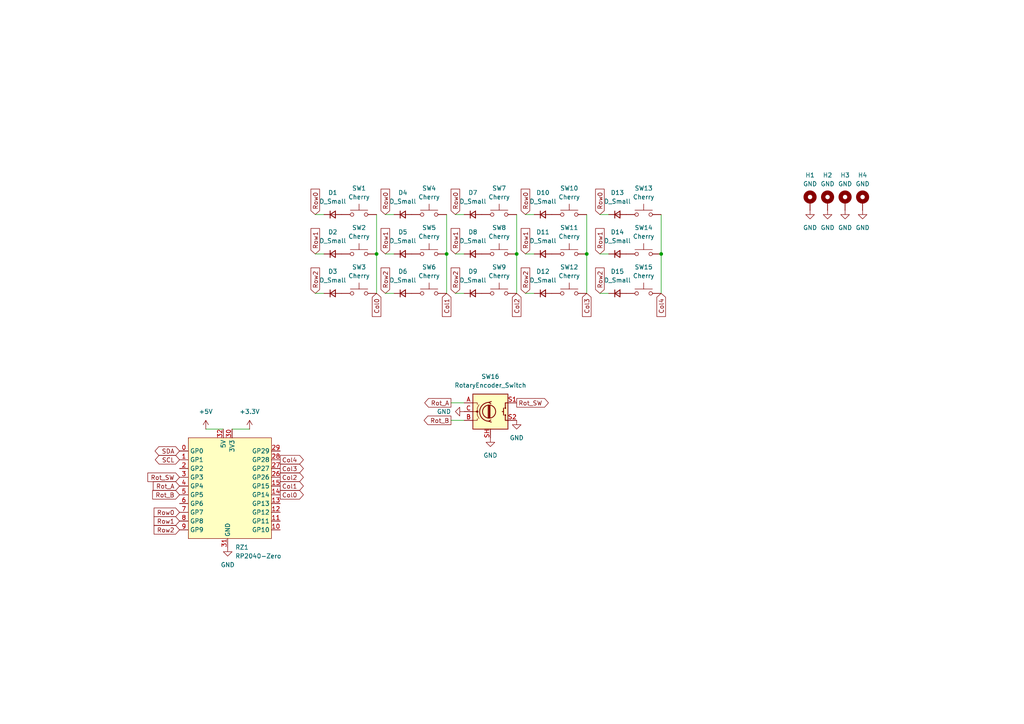
<source format=kicad_sch>
(kicad_sch (version 20231120) (generator "eeschema") (generator_version "8.0")
  (paper "A4")
  (lib_symbols
    (symbol "Device:D_Small" (pin_numbers hide) (pin_names (offset 0.254) hide)
      (property "Reference" "D" (at -1.27 2.032 0))
      (property "Value" "D_Small" (at -3.81 -2.032 0))
      (symbol "D_Small_0_1"
        (polyline (pts (xy -0.762 -1.016) (xy -0.762 1.016)) (stroke (width 0.254)))
        (polyline (pts (xy -0.762 0) (xy 0.762 0)))
        (polyline (pts (xy 0.762 -1.016) (xy -0.762 0) (xy 0.762 1.016) (xy 0.762 -1.016)) (stroke (width 0.254)))
      )
      (symbol "D_Small_1_1"
        (pin passive line (at -2.54 0 0) (length 1.778) (name "K") (number "1"))
        (pin passive line (at 2.54 0 180) (length 1.778) (name "A") (number "2"))
      )
    )
    (symbol "Device:RotaryEncoder_Switch" (pin_names (offset 0.254) hide)
      (property "Reference" "SW1" (at 0 10.16 0))
      (property "Value" "RotaryEncoder_Switch" (at 0 7.62 0))
      (symbol "RotaryEncoder_Switch_0_1"
        (rectangle (start -5.08 5.08) (end 5.08 -5.08) (stroke (width 0.254)) (fill (type background)))
        (circle (center -3.81 0) (radius 0.254) (fill (type outline)))
        (circle (center -0.381 0) (radius 1.905) (stroke (width 0.254)))
        (arc (start -0.381 2.667) (mid -3.0988 -0.0635) (end -0.381 -2.794) (stroke (width 0.254)))
        (polyline (pts (xy -0.635 -1.778) (xy -0.635 1.778)) (stroke (width 0.254)))
        (polyline (pts (xy -0.381 -1.778) (xy -0.381 1.778)) (stroke (width 0.254)))
        (polyline (pts (xy -0.127 1.778) (xy -0.127 -1.778)) (stroke (width 0.254)))
        (polyline (pts (xy 3.81 0) (xy 3.429 0)) (stroke (width 0.254)))
        (polyline (pts (xy 3.81 1.016) (xy 3.81 -1.016)) (stroke (width 0.254)))
        (polyline (pts (xy -5.08 -2.54) (xy -3.81 -2.54) (xy -3.81 -2.032)))
        (polyline (pts (xy -5.08 2.54) (xy -3.81 2.54) (xy -3.81 2.032)))
        (polyline (pts (xy 0.254 -3.048) (xy -0.508 -2.794) (xy 0.127 -2.413)) (stroke (width 0.254)))
        (polyline (pts (xy 0.254 2.921) (xy -0.508 2.667) (xy 0.127 2.286)) (stroke (width 0.254)))
        (polyline (pts (xy 5.08 -2.54) (xy 4.318 -2.54) (xy 4.318 -1.016)) (stroke (width 0.254)))
        (polyline (pts (xy 5.08 2.54) (xy 4.318 2.54) (xy 4.318 1.016)) (stroke (width 0.254)))
        (polyline (pts (xy -5.08 0) (xy -3.81 0) (xy -3.81 -1.016) (xy -3.302 -2.032)))
        (polyline (pts (xy -4.318 0) (xy -3.81 0) (xy -3.81 1.016) (xy -3.302 2.032)))
        (circle (center 4.318 -1.016) (radius 0.127) (stroke (width 0.254)))
        (circle (center 4.318 1.016) (radius 0.127) (stroke (width 0.254)))
      )
      (symbol "RotaryEncoder_Switch_1_1"
        (pin passive line (at -7.62 2.54 0) (length 2.54) (name "A") (number "A"))
        (pin passive line (at -7.62 -2.54 0) (length 2.54) (name "B") (number "B"))
        (pin passive line (at -7.62 0 0) (length 2.54) (name "C") (number "C"))
        (pin passive line (at 7.62 2.54 180) (length 2.54) (name "S1") (number "S1"))
        (pin passive line (at 7.62 -2.54 180) (length 2.54) (name "S2") (number "S2"))
        (pin passive line (at 0 -7.62 90) (length 2.54) (name "Shell_Ground") (number "SH"))
      )
    )
    (symbol "GND_1" (power) (pin_numbers hide) (pin_names (offset 0) hide)
      (property "Value" "GND" (at 0 -3.81 0))
      (symbol "GND_1_0_1"
        (polyline (pts (xy 0 0) (xy 0 -1.27) (xy 1.27 -1.27) (xy 0 -2.54) (xy -1.27 -1.27) (xy 0 -1.27)))
      )
      (symbol "GND_1_1_1"
        (pin power_in line (at 0 0 270) (length 0) (name "~") (number "1"))
      )
    )
    (symbol "GND_2" (power) (pin_numbers hide) (pin_names (offset 0) hide)
      (property "Value" "GND" (at 0 -3.81 0))
      (symbol "GND_2_0_1"
        (polyline (pts (xy 0 0) (xy 0 -1.27) (xy 1.27 -1.27) (xy 0 -2.54) (xy -1.27 -1.27) (xy 0 -1.27)))
      )
      (symbol "GND_2_1_1"
        (pin power_in line (at 0 0 270) (length 0) (name "~") (number "1"))
      )
    )
    (symbol "Mechanical:MountingHole_Pad" (pin_numbers hide) (pin_names (offset 1.016) hide) (exclude_from_sim yes) (in_bom no)
      (property "Reference" "H" (at 0 6.35 0))
      (property "Value" "MountingHole_Pad" (at 0 4.445 0))
      (symbol "MountingHole_Pad_0_1"
        (circle (center 0 1.27) (radius 1.27) (stroke (width 1.27)))
      )
      (symbol "MountingHole_Pad_1_1"
        (pin input line (at 0 -2.54 90) (length 2.54) (name "1") (number "1"))
      )
    )
    (symbol "Switch:SW_Push" (pin_numbers hide) (pin_names (offset 1.016) hide)
      (property "Reference" "SW" (at 1.27 2.54 0))
      (property "Value" "SW_Push" (at 0 -1.524 0))
      (symbol "SW_Push_0_1"
        (circle (center -2.032 0) (radius 0.508))
        (polyline (pts (xy 0 1.27) (xy 0 3.048)))
        (polyline (pts (xy 2.54 1.27) (xy -2.54 1.27)))
        (circle (center 2.032 0) (radius 0.508))
        (pin passive line (at -5.08 0 0) (length 2.54) (name "1") (number "1"))
        (pin passive line (at 5.08 0 180) (length 2.54) (name "2") (number "2"))
      )
    )
    (symbol "power:+3.3V" (power) (pin_numbers hide) (pin_names (offset 0) hide)
      (property "Value" "+3.3V" (at 0 3.556 0))
      (symbol "+3.3V_0_1"
        (polyline (pts (xy -0.762 1.27) (xy 0 2.54)))
        (polyline (pts (xy 0 0) (xy 0 2.54)))
        (polyline (pts (xy 0 2.54) (xy 0.762 1.27)))
      )
      (symbol "+3.3V_1_1"
        (pin power_in line (at 0 0 90) (length 0) (name "~") (number "1"))
      )
    )
    (symbol "power:+5V" (power) (pin_numbers hide) (pin_names (offset 0) hide)
      (property "Value" "+5V" (at 0 3.556 0))
      (symbol "+5V_0_1"
        (polyline (pts (xy -0.762 1.27) (xy 0 2.54)))
        (polyline (pts (xy 0 0) (xy 0 2.54)))
        (polyline (pts (xy 0 2.54) (xy 0.762 1.27)))
      )
      (symbol "+5V_1_1"
        (pin power_in line (at 0 0 90) (length 0) (name "~") (number "1"))
      )
    )
    (symbol "power:GND" (power) (pin_names (offset 0))
      (property "Value" "GND" (at 0 -3.81 0))
      (symbol "GND_0_1"
        (polyline (pts (xy 0 0) (xy 0 -1.27) (xy 1.27 -1.27) (xy 0 -2.54) (xy -1.27 -1.27) (xy 0 -1.27)))
      )
      (symbol "GND_1_1"
        (pin power_in line (at 0 0 270) (length 0) hide (name "GND") (number "1"))
      )
    )
    (symbol "rp2040-zero:RP2040-Zero"
      (property "Reference" "RZ" (at 0 0 0))
      (property "Value" "RP2040-Zero" (at 0 -2.54 0))
      (property "Footprint" "RP2040-Zero:RP2040-Zero" (at 0 2.54 0))
      (symbol "RP2040-Zero_0_1"
        (rectangle (start -11.43 -15.24) (end 12.7 13.97) (fill (type background)))
      )
      (symbol "RP2040-Zero_1_1"
        (pin bidirectional line (at -13.97 10.16 0) (length 2.54) (name "GP0") (number "0"))
        (pin bidirectional line (at -13.97 7.62 0) (length 2.54) (name "GP1") (number "1"))
        (pin bidirectional line (at 15.24 -12.7 180) (length 2.54) (name "GP10") (number "10"))
        (pin bidirectional line (at 15.24 -10.16 180) (length 2.54) (name "GP11") (number "11"))
        (pin bidirectional line (at 15.24 -7.62 180) (length 2.54) (name "GP12") (number "12"))
        (pin bidirectional line (at 15.24 -5.08 180) (length 2.54) (name "GP13") (number "13"))
        (pin bidirectional line (at 15.24 -2.54 180) (length 2.54) (name "GP14") (number "14"))
        (pin bidirectional line (at 15.24 0 180) (length 2.54) (name "GP15") (number "15"))
        (pin bidirectional line (at -13.97 5.08 0) (length 2.54) (name "GP2") (number "2"))
        (pin bidirectional line (at 15.24 2.54 180) (length 2.54) (name "GP26") (number "26"))
        (pin bidirectional line (at 15.24 5.08 180) (length 2.54) (name "GP27") (number "27"))
        (pin bidirectional line (at 15.24 7.62 180) (length 2.54) (name "GP28") (number "28"))
        (pin bidirectional line (at 15.24 10.16 180) (length 2.54) (name "GP29") (number "29"))
        (pin bidirectional line (at -13.97 2.54 0) (length 2.54) (name "GP3") (number "3"))
        (pin power_in line (at 1.27 16.51 270) (length 2.54) (name "3V3") (number "30"))
        (pin passive line (at 0 -17.78 90) (length 2.54) (name "GND") (number "31"))
        (pin power_in line (at -1.27 16.51 270) (length 2.54) (name "5V") (number "32"))
        (pin bidirectional line (at -13.97 0 0) (length 2.54) (name "GP4") (number "4"))
        (pin bidirectional line (at -13.97 -2.54 0) (length 2.54) (name "GP5") (number "5"))
        (pin bidirectional line (at -13.97 -5.08 0) (length 2.54) (name "GP6") (number "6"))
        (pin bidirectional line (at -13.97 -7.62 0) (length 2.54) (name "GP7") (number "7"))
        (pin bidirectional line (at -13.97 -10.16 0) (length 2.54) (name "GP8") (number "8"))
        (pin bidirectional line (at -13.97 -12.7 0) (length 2.54) (name "GP9") (number "9"))
      )
    )
  )
  (junction (at 149.86 73.66))
  (junction (at 109.22 73.66))
  (junction (at 191.77 73.66))
  (junction (at 129.54 73.66))
  (junction (at 170.18 73.66))
  (wire (pts (xy 111.76 62.23) (xy 114.3 62.23)))
  (wire (pts (xy 173.99 85.09) (xy 176.53 85.09)))
  (wire (pts (xy 132.08 62.23) (xy 134.62 62.23)))
  (wire (pts (xy 59.69 124.46) (xy 64.77 124.46)))
  (wire (pts (xy 109.22 62.23) (xy 109.22 73.66)))
  (wire (pts (xy 129.54 73.66) (xy 129.54 85.09)))
  (wire (pts (xy 149.86 73.66) (xy 149.86 85.09)))
  (wire (pts (xy 191.77 73.66) (xy 191.77 85.09)))
  (wire (pts (xy 132.08 73.66) (xy 134.62 73.66)))
  (wire (pts (xy 149.86 62.23) (xy 149.86 73.66)))
  (wire (pts (xy 170.18 62.23) (xy 170.18 73.66)))
  (wire (pts (xy 173.99 62.23) (xy 176.53 62.23)))
  (wire (pts (xy 132.08 85.09) (xy 134.62 85.09)))
  (wire (pts (xy 130.81 121.92) (xy 134.62 121.92)))
  (wire (pts (xy 67.31 124.46) (xy 72.39 124.46)))
  (wire (pts (xy 191.77 62.23) (xy 191.77 73.66)))
  (wire (pts (xy 91.44 62.23) (xy 93.98 62.23)))
  (wire (pts (xy 129.54 62.23) (xy 129.54 73.66)))
  (wire (pts (xy 152.4 73.66) (xy 154.94 73.66)))
  (wire (pts (xy 91.44 73.66) (xy 93.98 73.66)))
  (wire (pts (xy 152.4 85.09) (xy 154.94 85.09)))
  (wire (pts (xy 111.76 85.09) (xy 114.3 85.09)))
  (wire (pts (xy 152.4 62.23) (xy 154.94 62.23)))
  (wire (pts (xy 170.18 73.66) (xy 170.18 85.09)))
  (wire (pts (xy 109.22 73.66) (xy 109.22 85.09)))
  (wire (pts (xy 111.76 73.66) (xy 114.3 73.66)))
  (wire (pts (xy 173.99 73.66) (xy 176.53 73.66)))
  (wire (pts (xy 130.81 116.84) (xy 134.62 116.84)))
  (wire (pts (xy 91.44 85.09) (xy 93.98 85.09)))
  (global_label "Row2" (shape input) (at 152.4 85.09 90) (property "Intersheetrefs" "${INTERSHEET_REFS}" (effects (hide yes))))
  (global_label "SCL" (shape bidirectional) (at 52.07 133.35 180) (property "Intersheetrefs" "${INTERSHEET_REFS}" (effects (hide yes))))
  (global_label "Row2" (shape input) (at 111.76 85.09 90) (property "Intersheetrefs" "${INTERSHEET_REFS}" (effects (hide yes))))
  (global_label "Col1" (shape output) (at 81.28 140.97 0) (property "Intersheetrefs" "${INTERSHEET_REFS}" (effects (hide yes))))
  (global_label "Row1" (shape input) (at 173.99 73.66 90) (property "Intersheetrefs" "${INTERSHEET_REFS}" (effects (hide yes))))
  (global_label "Row1" (shape input) (at 52.07 151.13 180) (property "Intersheetrefs" "${INTERSHEET_REFS}" (effects (hide yes))))
  (global_label "Row1" (shape input) (at 132.08 73.66 90) (property "Intersheetrefs" "${INTERSHEET_REFS}" (effects (hide yes))))
  (global_label "Row2" (shape input) (at 173.99 85.09 90) (property "Intersheetrefs" "${INTERSHEET_REFS}" (effects (hide yes))))
  (global_label "Col3" (shape input) (at 170.18 85.09 270) (property "Intersheetrefs" "${INTERSHEET_REFS}" (effects (hide yes))))
  (global_label "Rot_A" (shape output) (at 130.81 116.84 180) (property "Intersheetrefs" "${INTERSHEET_REFS}" (effects (hide yes))))
  (global_label "Rot_B" (shape input) (at 52.07 143.51 180) (property "Intersheetrefs" "${INTERSHEET_REFS}" (effects (hide yes))))
  (global_label "Row0" (shape input) (at 111.76 62.23 90) (property "Intersheetrefs" "${INTERSHEET_REFS}" (effects (hide yes))))
  (global_label "Row1" (shape input) (at 152.4 73.66 90) (property "Intersheetrefs" "${INTERSHEET_REFS}" (effects (hide yes))))
  (global_label "Row1" (shape input) (at 111.76 73.66 90) (property "Intersheetrefs" "${INTERSHEET_REFS}" (effects (hide yes))))
  (global_label "Row2" (shape input) (at 52.07 153.67 180) (property "Intersheetrefs" "${INTERSHEET_REFS}" (effects (hide yes))))
  (global_label "Row1" (shape input) (at 91.44 73.66 90) (property "Intersheetrefs" "${INTERSHEET_REFS}" (effects (hide yes))))
  (global_label "Row0" (shape input) (at 52.07 148.59 180) (property "Intersheetrefs" "${INTERSHEET_REFS}" (effects (hide yes))))
  (global_label "Col2" (shape output) (at 81.28 138.43 0) (property "Intersheetrefs" "${INTERSHEET_REFS}" (effects (hide yes))))
  (global_label "Col2" (shape input) (at 149.86 85.09 270) (property "Intersheetrefs" "${INTERSHEET_REFS}" (effects (hide yes))))
  (global_label "Rot_SW" (shape input) (at 52.07 138.43 180) (property "Intersheetrefs" "${INTERSHEET_REFS}" (effects (hide yes))))
  (global_label "Col0" (shape input) (at 109.22 85.09 270) (property "Intersheetrefs" "${INTERSHEET_REFS}" (effects (hide yes))))
  (global_label "Row0" (shape input) (at 132.08 62.23 90) (property "Intersheetrefs" "${INTERSHEET_REFS}" (effects (hide yes))))
  (global_label "Col4" (shape input) (at 191.77 85.09 270) (property "Intersheetrefs" "${INTERSHEET_REFS}" (effects (hide yes))))
  (global_label "Col0" (shape output) (at 81.28 143.51 0) (property "Intersheetrefs" "${INTERSHEET_REFS}" (effects (hide yes))))
  (global_label "Row0" (shape input) (at 173.99 62.23 90) (property "Intersheetrefs" "${INTERSHEET_REFS}" (effects (hide yes))))
  (global_label "Rot_A" (shape input) (at 52.07 140.97 180) (property "Intersheetrefs" "${INTERSHEET_REFS}" (effects (hide yes))))
  (global_label "Col4" (shape output) (at 81.28 133.35 0) (property "Intersheetrefs" "${INTERSHEET_REFS}" (effects (hide yes))))
  (global_label "Row0" (shape input) (at 152.4 62.23 90) (property "Intersheetrefs" "${INTERSHEET_REFS}" (effects (hide yes))))
  (global_label "SDA" (shape bidirectional) (at 52.07 130.81 180) (property "Intersheetrefs" "${INTERSHEET_REFS}" (effects (hide yes))))
  (global_label "Col1" (shape input) (at 129.54 85.09 270) (property "Intersheetrefs" "${INTERSHEET_REFS}" (effects (hide yes))))
  (global_label "Row2" (shape input) (at 91.44 85.09 90) (property "Intersheetrefs" "${INTERSHEET_REFS}" (effects (hide yes))))
  (global_label "Row0" (shape input) (at 91.44 62.23 90) (property "Intersheetrefs" "${INTERSHEET_REFS}" (effects (hide yes))))
  (global_label "Col3" (shape output) (at 81.28 135.89 0) (property "Intersheetrefs" "${INTERSHEET_REFS}" (effects (hide yes))))
  (global_label "Row2" (shape input) (at 132.08 85.09 90) (property "Intersheetrefs" "${INTERSHEET_REFS}" (effects (hide yes))))
  (global_label "Rot_SW" (shape output) (at 149.86 116.84 0) (property "Intersheetrefs" "${INTERSHEET_REFS}" (effects (hide yes))))
  (global_label "Rot_B" (shape output) (at 130.81 121.92 180) (property "Intersheetrefs" "${INTERSHEET_REFS}" (effects (hide yes))))
  (symbol (lib_id "Mechanical:MountingHole_Pad") (at 245.11 58.42 0) (unit 1)
    (property "Reference" "H3" (at 245.11 50.8 0))
    (property "Value" "GND" (at 245.11 53.34 0))
    (property "Footprint" "MountingHole:MountingHole_2.2mm_M2_Pad_Via" (effects (hide yes)))
    (property "Description" "Mounting Hole with connection" (effects (hide yes)))
  )
  (symbol (lib_id "Device:D_Small") (at 179.07 73.66 0) (mirror x) (unit 1)
    (property "Reference" "D14" (at 179.07 67.31 0))
    (property "Value" "D_Small" (at 179.07 69.85 0))
    (property "Footprint" "Diode_SMD:D_0805_2012Metric" (effects (hide yes)))
    (property "Sim.Device" "D" (effects (hide yes)))
    (property "Sim.Pins" "1=K 2=A" (effects (hide yes)))
  )
  (symbol (lib_id "Mechanical:MountingHole_Pad") (at 234.95 58.42 0) (unit 1)
    (property "Reference" "H1" (at 234.95 50.8 0))
    (property "Value" "GND" (at 234.95 53.34 0))
    (property "Footprint" "MountingHole:MountingHole_2.2mm_M2_Pad_Via" (effects (hide yes)))
    (property "Description" "Mounting Hole with connection" (effects (hide yes)))
  )
  (symbol (lib_id "power:+3.3V") (at 72.39 124.46 0) (unit 1)
    (property "Reference" "#PWR03" (effects (hide yes)))
    (property "Value" "+3.3V" (at 72.39 119.38 0))
    (property "Description" "Power symbol creates a global label with name \"+3.3V\"" (effects (hide yes)))
  )
  (symbol (lib_id "Device:D_Small") (at 116.84 85.09 0) (mirror x) (unit 1)
    (property "Reference" "D6" (at 116.84 78.74 0))
    (property "Value" "D_Small" (at 116.84 81.28 0))
    (property "Footprint" "Diode_SMD:D_0805_2012Metric" (effects (hide yes)))
    (property "Sim.Device" "D" (effects (hide yes)))
    (property "Sim.Pins" "1=K 2=A" (effects (hide yes)))
  )
  (symbol (lib_id "Switch:SW_Push") (at 104.14 73.66 0) (unit 1)
    (property "Reference" "SW2" (at 104.14 66.04 0))
    (property "Value" "Cherry" (at 104.14 68.58 0))
    (property "Footprint" "PCM_Switch_Keyboard_Cherry_MX:SW_Cherry_MX_PCB" (effects (hide yes)))
    (property "Description" "Push button switch, generic, two pins" (effects (hide yes)))
  )
  (symbol (lib_id "Device:D_Small") (at 179.07 85.09 0) (mirror x) (unit 1)
    (property "Reference" "D15" (at 179.07 78.74 0))
    (property "Value" "D_Small" (at 179.07 81.28 0))
    (property "Footprint" "Diode_SMD:D_0805_2012Metric" (effects (hide yes)))
    (property "Sim.Device" "D" (effects (hide yes)))
    (property "Sim.Pins" "1=K 2=A" (effects (hide yes)))
  )
  (symbol (lib_id "Device:D_Small") (at 157.48 85.09 0) (mirror x) (unit 1)
    (property "Reference" "D12" (at 157.48 78.74 0))
    (property "Value" "D_Small" (at 157.48 81.28 0))
    (property "Footprint" "Diode_SMD:D_0805_2012Metric" (effects (hide yes)))
    (property "Sim.Device" "D" (effects (hide yes)))
    (property "Sim.Pins" "1=K 2=A" (effects (hide yes)))
  )
  (symbol (lib_id "Switch:SW_Push") (at 104.14 62.23 0) (unit 1)
    (property "Reference" "SW1" (at 104.14 54.61 0))
    (property "Value" "Cherry" (at 104.14 57.15 0))
    (property "Footprint" "PCM_Switch_Keyboard_Cherry_MX:SW_Cherry_MX_PCB" (effects (hide yes)))
    (property "Description" "Push button switch, generic, two pins" (effects (hide yes)))
  )
  (symbol (lib_id "Device:D_Small") (at 137.16 85.09 0) (mirror x) (unit 1)
    (property "Reference" "D9" (at 137.16 78.74 0))
    (property "Value" "D_Small" (at 137.16 81.28 0))
    (property "Footprint" "Diode_SMD:D_0805_2012Metric" (effects (hide yes)))
    (property "Sim.Device" "D" (effects (hide yes)))
    (property "Sim.Pins" "1=K 2=A" (effects (hide yes)))
  )
  (symbol (lib_name "GND_1") (lib_id "power:GND") (at 245.11 60.96 0) (unit 1)
    (property "Reference" "#PWR09" (effects (hide yes)))
    (property "Value" "GND" (at 245.11 66.04 0))
    (property "Description" "Power symbol creates a global label with name \"GND\" , ground" (effects (hide yes)))
  )
  (symbol (lib_id "Device:RotaryEncoder_Switch") (at 142.24 119.38 0) (unit 1)
    (property "Reference" "SW16" (at 142.24 109.22 0))
    (property "Value" "RotaryEncoder_Switch" (at 142.24 111.76 0))
    (property "Footprint" "Rotary_Encoder:RotaryEncoder_Bourns_Vertical_PEC12R-3x17F-Sxxxx" (effects (hide yes)))
  )
  (symbol (lib_id "Mechanical:MountingHole_Pad") (at 240.03 58.42 0) (unit 1)
    (property "Reference" "H2" (at 240.03 50.8 0))
    (property "Value" "GND" (at 240.03 53.34 0))
    (property "Footprint" "MountingHole:MountingHole_2.2mm_M2_Pad_Via" (effects (hide yes)))
    (property "Description" "Mounting Hole with connection" (effects (hide yes)))
  )
  (symbol (lib_id "Switch:SW_Push") (at 144.78 62.23 0) (unit 1)
    (property "Reference" "SW7" (at 144.78 54.61 0))
    (property "Value" "Cherry" (at 144.78 57.15 0))
    (property "Footprint" "PCM_Switch_Keyboard_Cherry_MX:SW_Cherry_MX_PCB" (effects (hide yes)))
    (property "Description" "Push button switch, generic, two pins" (effects (hide yes)))
  )
  (symbol (lib_id "power:GND") (at 149.86 121.92 0) (unit 1) (exclude_from_sim yes) (in_bom no) (on_board no)
    (property "Reference" "#PWR05" (effects (hide yes)))
    (property "Value" "GND" (at 149.86 127 0))
  )
  (symbol (lib_id "Switch:SW_Push") (at 165.1 62.23 0) (unit 1)
    (property "Reference" "SW10" (at 165.1 54.61 0))
    (property "Value" "Cherry" (at 165.1 57.15 0))
    (property "Footprint" "PCM_Switch_Keyboard_Cherry_MX:SW_Cherry_MX_PCB" (effects (hide yes)))
    (property "Description" "Push button switch, generic, two pins" (effects (hide yes)))
  )
  (symbol (lib_id "Device:D_Small") (at 96.52 73.66 0) (mirror x) (unit 1)
    (property "Reference" "D2" (at 96.52 67.31 0))
    (property "Value" "D_Small" (at 96.52 69.85 0))
    (property "Footprint" "Diode_SMD:D_0805_2012Metric" (effects (hide yes)))
    (property "Sim.Device" "D" (effects (hide yes)))
    (property "Sim.Pins" "1=K 2=A" (effects (hide yes)))
  )
  (symbol (lib_id "Switch:SW_Push") (at 165.1 73.66 0) (unit 1)
    (property "Reference" "SW11" (at 165.1 66.04 0))
    (property "Value" "Cherry" (at 165.1 68.58 0))
    (property "Footprint" "PCM_Switch_Keyboard_Cherry_MX:SW_Cherry_MX_PCB" (effects (hide yes)))
    (property "Description" "Push button switch, generic, two pins" (effects (hide yes)))
  )
  (symbol (lib_id "power:GND") (at 134.62 119.38 270) (unit 1) (exclude_from_sim yes) (in_bom no) (on_board no)
    (property "Reference" "#PWR04" (effects (hide yes)))
    (property "Value" "GND" (at 130.81 119.38 90) (effects (justify right)))
  )
  (symbol (lib_id "Switch:SW_Push") (at 124.46 85.09 0) (unit 1)
    (property "Reference" "SW6" (at 124.46 77.47 0))
    (property "Value" "Cherry" (at 124.46 80.01 0))
    (property "Footprint" "PCM_Switch_Keyboard_Cherry_MX:SW_Cherry_MX_PCB" (effects (hide yes)))
    (property "Description" "Push button switch, generic, two pins" (effects (hide yes)))
  )
  (symbol (lib_id "Switch:SW_Push") (at 144.78 73.66 0) (unit 1)
    (property "Reference" "SW8" (at 144.78 66.04 0))
    (property "Value" "Cherry" (at 144.78 68.58 0))
    (property "Footprint" "PCM_Switch_Keyboard_Cherry_MX:SW_Cherry_MX_PCB" (effects (hide yes)))
    (property "Description" "Push button switch, generic, two pins" (effects (hide yes)))
  )
  (symbol (lib_id "Switch:SW_Push") (at 124.46 73.66 0) (unit 1)
    (property "Reference" "SW5" (at 124.46 66.04 0))
    (property "Value" "Cherry" (at 124.46 68.58 0))
    (property "Footprint" "PCM_Switch_Keyboard_Cherry_MX:SW_Cherry_MX_PCB" (effects (hide yes)))
    (property "Description" "Push button switch, generic, two pins" (effects (hide yes)))
  )
  (symbol (lib_id "Switch:SW_Push") (at 186.69 85.09 0) (unit 1)
    (property "Reference" "SW15" (at 186.69 77.47 0))
    (property "Value" "Cherry" (at 186.69 80.01 0))
    (property "Footprint" "PCM_Switch_Keyboard_Cherry_MX:SW_Cherry_MX_PCB" (effects (hide yes)))
    (property "Description" "Push button switch, generic, two pins" (effects (hide yes)))
  )
  (symbol (lib_name "GND_1") (lib_id "power:GND") (at 250.19 60.96 0) (unit 1)
    (property "Reference" "#PWR010" (effects (hide yes)))
    (property "Value" "GND" (at 250.19 66.04 0))
    (property "Description" "Power symbol creates a global label with name \"GND\" , ground" (effects (hide yes)))
  )
  (symbol (lib_id "Device:D_Small") (at 96.52 62.23 0) (mirror x) (unit 1)
    (property "Reference" "D1" (at 96.52 55.88 0))
    (property "Value" "D_Small" (at 96.52 58.42 0))
    (property "Footprint" "Diode_SMD:D_0805_2012Metric" (effects (hide yes)))
    (property "Sim.Device" "D" (effects (hide yes)))
    (property "Sim.Pins" "1=K 2=A" (effects (hide yes)))
  )
  (symbol (lib_id "Switch:SW_Push") (at 186.69 73.66 0) (unit 1)
    (property "Reference" "SW14" (at 186.69 66.04 0))
    (property "Value" "Cherry" (at 186.69 68.58 0))
    (property "Footprint" "PCM_Switch_Keyboard_Cherry_MX:SW_Cherry_MX_PCB" (effects (hide yes)))
    (property "Description" "Push button switch, generic, two pins" (effects (hide yes)))
  )
  (symbol (lib_name "GND_1") (lib_id "power:GND") (at 240.03 60.96 0) (unit 1)
    (property "Reference" "#PWR08" (effects (hide yes)))
    (property "Value" "GND" (at 240.03 66.04 0))
    (property "Description" "Power symbol creates a global label with name \"GND\" , ground" (effects (hide yes)))
  )
  (symbol (lib_id "Switch:SW_Push") (at 144.78 85.09 0) (unit 1)
    (property "Reference" "SW9" (at 144.78 77.47 0))
    (property "Value" "Cherry" (at 144.78 80.01 0))
    (property "Footprint" "PCM_Switch_Keyboard_Cherry_MX:SW_Cherry_MX_PCB" (effects (hide yes)))
    (property "Description" "Push button switch, generic, two pins" (effects (hide yes)))
  )
  (symbol (lib_id "Device:D_Small") (at 137.16 73.66 0) (mirror x) (unit 1)
    (property "Reference" "D8" (at 137.16 67.31 0))
    (property "Value" "D_Small" (at 137.16 69.85 0))
    (property "Footprint" "Diode_SMD:D_0805_2012Metric" (effects (hide yes)))
    (property "Sim.Device" "D" (effects (hide yes)))
    (property "Sim.Pins" "1=K 2=A" (effects (hide yes)))
  )
  (symbol (lib_id "Switch:SW_Push") (at 165.1 85.09 0) (unit 1)
    (property "Reference" "SW12" (at 165.1 77.47 0))
    (property "Value" "Cherry" (at 165.1 80.01 0))
    (property "Footprint" "PCM_Switch_Keyboard_Cherry_MX:SW_Cherry_MX_PCB" (effects (hide yes)))
    (property "Description" "Push button switch, generic, two pins" (effects (hide yes)))
  )
  (symbol (lib_id "Device:D_Small") (at 157.48 73.66 0) (mirror x) (unit 1)
    (property "Reference" "D11" (at 157.48 67.31 0))
    (property "Value" "D_Small" (at 157.48 69.85 0))
    (property "Footprint" "Diode_SMD:D_0805_2012Metric" (effects (hide yes)))
    (property "Sim.Device" "D" (effects (hide yes)))
    (property "Sim.Pins" "1=K 2=A" (effects (hide yes)))
  )
  (symbol (lib_id "power:+5V") (at 59.69 124.46 0) (unit 1)
    (property "Reference" "#PWR02" (effects (hide yes)))
    (property "Value" "+5V" (at 59.69 119.38 0))
    (property "Description" "Power symbol creates a global label with name \"+5V\"" (effects (hide yes)))
  )
  (symbol (lib_name "GND_2") (lib_id "power:GND") (at 66.04 158.75 0) (unit 1)
    (property "Reference" "#PWR011" (effects (hide yes)))
    (property "Value" "GND" (at 66.04 163.83 0))
    (property "Description" "Power symbol creates a global label with name \"GND\" , ground" (effects (hide yes)))
  )
  (symbol (lib_id "Device:D_Small") (at 116.84 62.23 0) (mirror x) (unit 1)
    (property "Reference" "D4" (at 116.84 55.88 0))
    (property "Value" "D_Small" (at 116.84 58.42 0))
    (property "Footprint" "Diode_SMD:D_0805_2012Metric" (effects (hide yes)))
    (property "Sim.Device" "D" (effects (hide yes)))
    (property "Sim.Pins" "1=K 2=A" (effects (hide yes)))
  )
  (symbol (lib_id "Mechanical:MountingHole_Pad") (at 250.19 58.42 0) (unit 1)
    (property "Reference" "H4" (at 250.19 50.8 0))
    (property "Value" "GND" (at 250.19 53.34 0))
    (property "Footprint" "MountingHole:MountingHole_2.2mm_M2_Pad_Via" (effects (hide yes)))
    (property "Description" "Mounting Hole with connection" (effects (hide yes)))
  )
  (symbol (lib_id "Device:D_Small") (at 137.16 62.23 0) (mirror x) (unit 1)
    (property "Reference" "D7" (at 137.16 55.88 0))
    (property "Value" "D_Small" (at 137.16 58.42 0))
    (property "Footprint" "Diode_SMD:D_0805_2012Metric" (effects (hide yes)))
    (property "Sim.Device" "D" (effects (hide yes)))
    (property "Sim.Pins" "1=K 2=A" (effects (hide yes)))
  )
  (symbol (lib_id "Switch:SW_Push") (at 104.14 85.09 0) (unit 1)
    (property "Reference" "SW3" (at 104.14 77.47 0))
    (property "Value" "Cherry" (at 104.14 80.01 0))
    (property "Footprint" "PCM_Switch_Keyboard_Cherry_MX:SW_Cherry_MX_PCB" (effects (hide yes)))
    (property "Description" "Push button switch, generic, two pins" (effects (hide yes)))
  )
  (symbol (lib_id "Device:D_Small") (at 116.84 73.66 0) (mirror x) (unit 1)
    (property "Reference" "D5" (at 116.84 67.31 0))
    (property "Value" "D_Small" (at 116.84 69.85 0))
    (property "Footprint" "Diode_SMD:D_0805_2012Metric" (effects (hide yes)))
    (property "Sim.Device" "D" (effects (hide yes)))
    (property "Sim.Pins" "1=K 2=A" (effects (hide yes)))
  )
  (symbol (lib_id "Device:D_Small") (at 179.07 62.23 0) (mirror x) (unit 1)
    (property "Reference" "D13" (at 179.07 55.88 0))
    (property "Value" "D_Small" (at 179.07 58.42 0))
    (property "Footprint" "Diode_SMD:D_0805_2012Metric" (effects (hide yes)))
    (property "Sim.Device" "D" (effects (hide yes)))
    (property "Sim.Pins" "1=K 2=A" (effects (hide yes)))
  )
  (symbol (lib_id "Device:D_Small") (at 96.52 85.09 0) (mirror x) (unit 1)
    (property "Reference" "D3" (at 96.52 78.74 0))
    (property "Value" "D_Small" (at 96.52 81.28 0))
    (property "Footprint" "Diode_SMD:D_0805_2012Metric" (effects (hide yes)))
    (property "Sim.Device" "D" (effects (hide yes)))
    (property "Sim.Pins" "1=K 2=A" (effects (hide yes)))
  )
  (symbol (lib_id "Device:D_Small") (at 157.48 62.23 0) (mirror x) (unit 1)
    (property "Reference" "D10" (at 157.48 55.88 0))
    (property "Value" "D_Small" (at 157.48 58.42 0))
    (property "Footprint" "Diode_SMD:D_0805_2012Metric" (effects (hide yes)))
    (property "Sim.Device" "D" (effects (hide yes)))
    (property "Sim.Pins" "1=K 2=A" (effects (hide yes)))
  )
  (symbol (lib_id "Switch:SW_Push") (at 124.46 62.23 0) (unit 1)
    (property "Reference" "SW4" (at 124.46 54.61 0))
    (property "Value" "Cherry" (at 124.46 57.15 0))
    (property "Footprint" "PCM_Switch_Keyboard_Cherry_MX:SW_Cherry_MX_PCB" (effects (hide yes)))
    (property "Description" "Push button switch, generic, two pins" (effects (hide yes)))
  )
  (symbol (lib_name "GND_1") (lib_id "power:GND") (at 234.95 60.96 0) (unit 1)
    (property "Reference" "#PWR07" (effects (hide yes)))
    (property "Value" "GND" (at 234.95 66.04 0))
    (property "Description" "Power symbol creates a global label with name \"GND\" , ground" (effects (hide yes)))
  )
  (symbol (lib_id "power:GND") (at 142.24 127 0) (unit 1) (exclude_from_sim yes) (in_bom no) (on_board no)
    (property "Reference" "#PWR06" (effects (hide yes)))
    (property "Value" "GND" (at 142.24 132.08 0))
  )
  (symbol (lib_id "Switch:SW_Push") (at 186.69 62.23 0) (unit 1)
    (property "Reference" "SW13" (at 186.69 54.61 0))
    (property "Value" "Cherry" (at 186.69 57.15 0))
    (property "Footprint" "PCM_Switch_Keyboard_Cherry_MX:SW_Cherry_MX_PCB" (effects (hide yes)))
    (property "Description" "Push button switch, generic, two pins" (effects (hide yes)))
  )
  (symbol (lib_id "rp2040-zero:RP2040-Zero") (at 66.04 140.97 0) (unit 1)
    (property "Reference" "RZ1" (at 68.2341 158.75 0) (effects (justify left)))
    (property "Value" "RP2040-Zero" (at 68.2341 161.29 0) (effects (justify left)))
    (property "Footprint" "RP2040-Zero:RP2040-Zero" (effects (hide yes)))
  )
)
</source>
